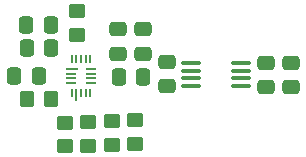
<source format=gbr>
%TF.GenerationSoftware,KiCad,Pcbnew,8.0.2*%
%TF.CreationDate,2025-04-24T14:12:27-05:00*%
%TF.ProjectId,Circuit_design,43697263-7569-4745-9f64-657369676e2e,rev?*%
%TF.SameCoordinates,Original*%
%TF.FileFunction,Paste,Top*%
%TF.FilePolarity,Positive*%
%FSLAX46Y46*%
G04 Gerber Fmt 4.6, Leading zero omitted, Abs format (unit mm)*
G04 Created by KiCad (PCBNEW 8.0.2) date 2025-04-24 14:12:27*
%MOMM*%
%LPD*%
G01*
G04 APERTURE LIST*
G04 Aperture macros list*
%AMRoundRect*
0 Rectangle with rounded corners*
0 $1 Rounding radius*
0 $2 $3 $4 $5 $6 $7 $8 $9 X,Y pos of 4 corners*
0 Add a 4 corners polygon primitive as box body*
4,1,4,$2,$3,$4,$5,$6,$7,$8,$9,$2,$3,0*
0 Add four circle primitives for the rounded corners*
1,1,$1+$1,$2,$3*
1,1,$1+$1,$4,$5*
1,1,$1+$1,$6,$7*
1,1,$1+$1,$8,$9*
0 Add four rect primitives between the rounded corners*
20,1,$1+$1,$2,$3,$4,$5,0*
20,1,$1+$1,$4,$5,$6,$7,0*
20,1,$1+$1,$6,$7,$8,$9,0*
20,1,$1+$1,$8,$9,$2,$3,0*%
G04 Aperture macros list end*
%ADD10RoundRect,0.250000X-0.450000X0.350000X-0.450000X-0.350000X0.450000X-0.350000X0.450000X0.350000X0*%
%ADD11RoundRect,0.250000X0.475000X-0.337500X0.475000X0.337500X-0.475000X0.337500X-0.475000X-0.337500X0*%
%ADD12RoundRect,0.250000X-0.475000X0.337500X-0.475000X-0.337500X0.475000X-0.337500X0.475000X0.337500X0*%
%ADD13RoundRect,0.250000X0.337500X0.475000X-0.337500X0.475000X-0.337500X-0.475000X0.337500X-0.475000X0*%
%ADD14RoundRect,0.250000X-0.350000X-0.450000X0.350000X-0.450000X0.350000X0.450000X-0.350000X0.450000X0*%
%ADD15RoundRect,0.250000X0.450000X-0.350000X0.450000X0.350000X-0.450000X0.350000X-0.450000X-0.350000X0*%
%ADD16RoundRect,0.250000X-0.337500X-0.475000X0.337500X-0.475000X0.337500X0.475000X-0.337500X0.475000X0*%
%ADD17RoundRect,0.100000X0.712500X0.100000X-0.712500X0.100000X-0.712500X-0.100000X0.712500X-0.100000X0*%
%ADD18R,0.990600X0.203200*%
%ADD19R,0.889000X0.203200*%
%ADD20R,0.203200X0.711200*%
%ADD21R,0.203200X1.111200*%
G04 APERTURE END LIST*
D10*
%TO.C,R2*%
X127255000Y-91420000D03*
X127255000Y-93420000D03*
%TD*%
D11*
%TO.C,C17*%
X140335000Y-88577500D03*
X140335000Y-86502500D03*
%TD*%
D12*
%TO.C,C15*%
X131915000Y-86382500D03*
X131915000Y-88457500D03*
%TD*%
D11*
%TO.C,C19*%
X129905000Y-85730000D03*
X129905000Y-83655000D03*
%TD*%
D13*
%TO.C,C20*%
X122135000Y-85280000D03*
X120060000Y-85280000D03*
%TD*%
D14*
%TO.C,R6*%
X120105000Y-89560000D03*
X122105000Y-89560000D03*
%TD*%
D15*
%TO.C,R4*%
X125285000Y-93510000D03*
X125285000Y-91510000D03*
%TD*%
D10*
%TO.C,R1*%
X129235000Y-91340000D03*
X129235000Y-93340000D03*
%TD*%
D13*
%TO.C,C22*%
X122105000Y-83290000D03*
X120030000Y-83290000D03*
%TD*%
D15*
%TO.C,R3*%
X123315000Y-93550000D03*
X123315000Y-91550000D03*
%TD*%
D11*
%TO.C,C16*%
X142415000Y-88567500D03*
X142415000Y-86492500D03*
%TD*%
D16*
%TO.C,C21*%
X127840000Y-87710000D03*
X129915000Y-87710000D03*
%TD*%
D10*
%TO.C,R5*%
X124285000Y-82110000D03*
X124285000Y-84110000D03*
%TD*%
D17*
%TO.C,U7*%
X138227500Y-88445000D03*
X138227500Y-87795000D03*
X138227500Y-87145000D03*
X138227500Y-86495000D03*
X134002500Y-86495000D03*
X134002500Y-87145000D03*
X134002500Y-87795000D03*
X134002500Y-88445000D03*
%TD*%
D18*
%TO.C,U6*%
X123865998Y-87000000D03*
D19*
X123814998Y-87399999D03*
X123814998Y-87799999D03*
X123814998Y-88199998D03*
D20*
X123864998Y-89049999D03*
D21*
X124265000Y-89249999D03*
D20*
X124664999Y-89049999D03*
X125064998Y-89049999D03*
X125465000Y-89049999D03*
D19*
X125515000Y-88199998D03*
X125515000Y-87799999D03*
X125515000Y-87399999D03*
X125515000Y-87000000D03*
D20*
X125465000Y-86149999D03*
X125064998Y-86149999D03*
X124664999Y-86149999D03*
X124265000Y-86149999D03*
X123864998Y-86149999D03*
%TD*%
D13*
%TO.C,C23*%
X121085000Y-87570000D03*
X119010000Y-87570000D03*
%TD*%
D11*
%TO.C,C18*%
X127825000Y-85720000D03*
X127825000Y-83645000D03*
%TD*%
M02*

</source>
